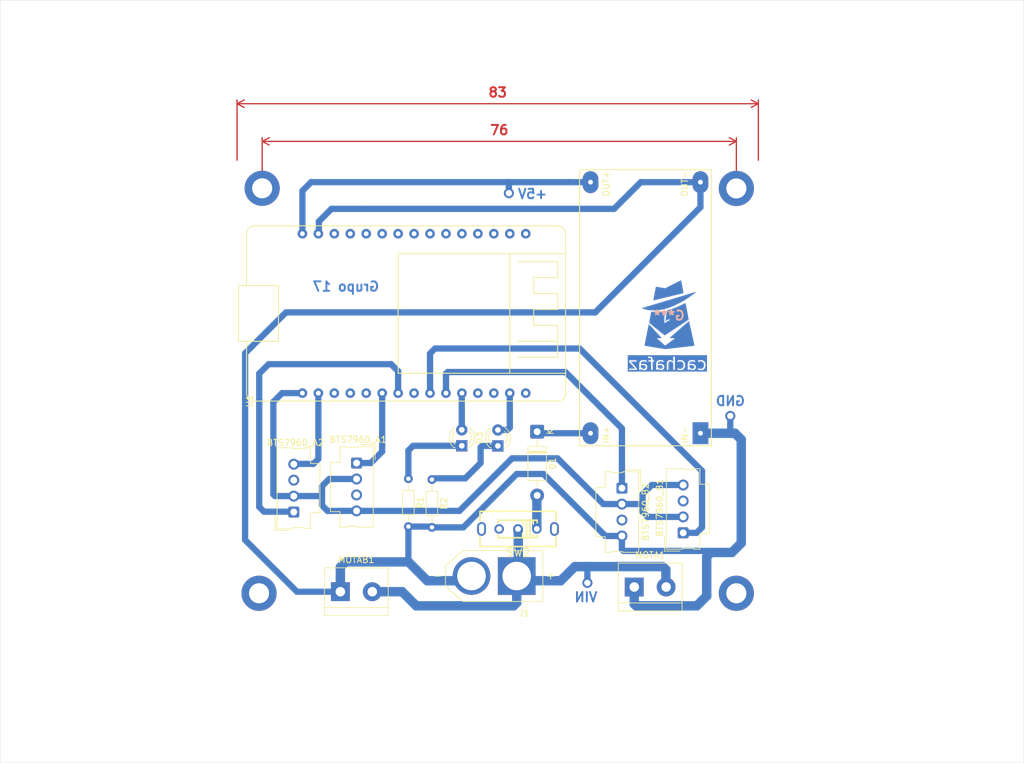
<source format=kicad_pcb>
(kicad_pcb (version 20241229) (generator "pcbnew") (generator_version "9.0")
  (layers (0 "F.Cu" signal) (2 "B.Cu" signal) (13 "F.Paste" user) (15 "B.Paste" user) (5 "F.SilkS" user "F.Silkscreen") (7 "B.SilkS" user "B.Silkscreen") (1 "F.Mask" user) (3 "B.Mask" user) (25 "Edge.Cuts" user))
  (net 0 "")
  (net 1 "D16_PWMABAJO_A")
  (net 2 "D17_PWMARRIBA_A")
  (net 3 "D18_PWMABAJO_B")
  (net 4 "D19_PWMARRIBA_B")
  (net 5 "Net-(D1-K)")
  (net 6 "LED1{slash}D21")
  (net 7 "LED2{slash}D22")
  (net 8 "+5V")
  (net 10 "GND")
  (net 17 "ISABAJO_B")
  (net 22 "Vin")
  (net 23 "Net-(D2-K)")
  (net 24 "Net-(D3-K)")
  (net 25 "ISARRIBA_A")
  (net 26 "ISABAJO_A")
  (net 30 "ISARRIBA_B")
  (net 38 "Net-(D1-A)")
  (net 39 "+3.3V")
  (footprint "Resistor_THT:R_Axial_DIN0204_L3.6mm_D1.6mm_P7.62mm_Horizontal" (layer "F.Cu") (at 151 106.25 -90)
    (property "Reference" "R1" (at 3.81 -1.92 90) (layer "F.SilkS"))
    (property "Value" "150")
    (fp_line (start 0.94 0) (end 1.89 0) (stroke (width 0.12)) (layer "F.SilkS"))
    (fp_line (start 6.68 0) (end 5.73 0) (stroke (width 0.12)) (layer "F.SilkS"))
    (fp_rect (start 1.89 -0.92) (end 5.73 0.92) (stroke (width 0.12)) (fill no) (layer "F.SilkS"))
    (pad "1" thru_hole circle (at 0 0 270) (size 1.4 1.4) (drill 0.7) (layers "*.Cu" "*.Mask") (net 23 "Net-(D2-K)"))
    (pad "2" thru_hole circle (at 7.62 0 270) (size 1.4 1.4) (drill 0.7) (layers "*.Cu" "*.Mask") (net 10 "GND"))
  )
  (footprint "LED_THT:LED_D3.0mm" (layer "F.Cu") (at 165.25 101.02 90)
    (property "Reference" "D3" (at 1.27 -2.96 90) (layer "F.SilkS"))
    (property "Value" "LED")
    (fp_line (start -0.29 -1.236) (end -0.29 -1.08) (stroke (width 0.12)) (layer "F.SilkS"))
    (fp_line (start -0.29 1.08) (end -0.29 1.236) (stroke (width 0.12)) (layer "F.SilkS"))
    (fp_arc (start -0.29 -1.235516) (mid 1.36566 -1.987699) (end 2.941437 -1.08) (stroke (width 0.12)) (layer "F.SilkS"))
    (fp_arc (start 0.229039 -1.08) (mid 1.27 -1.5) (end 2.310961 -1.08) (stroke (width 0.12)) (layer "F.SilkS"))
    (fp_arc (start 2.941437 1.08) (mid 1.36566 1.987699) (end -0.29 1.235516) (stroke (width 0.12)) (layer "F.SilkS"))
    (fp_arc (start 2.310961 1.08) (mid 1.27 1.5) (end 0.229039 1.08) (stroke (width 0.12)) (layer "F.SilkS"))
    (pad "1" thru_hole rect (at 0 0 90) (size 1.8 1.8) (drill 0.9) (layers "*.Cu" "*.Mask") (net 24 "Net-(D3-K)"))
    (pad "2" thru_hole circle (at 2.54 0 90) (size 1.8 1.8) (drill 0.9) (layers "*.Cu" "*.Mask") (net 7 "LED2{slash}D22"))
  )
  (footprint "" (layer "F.Cu") (at 203.22 60 180)
    (property "Reference" "" (at 0 0 0) (layer "F.SilkS") (effects (font (size 1.27 1.27))))
    (property "Value" "")
    (pad "1" thru_hole circle (at 0 0 180) (size 5.6 5.6) (drill 3.2) (layers "*.Cu" "*.Mask"))
  )
  (footprint "" (layer "F.Cu") (at 127.72 59.977527 180)
    (property "Reference" "" (at 0 0 0) (layer "F.SilkS") (effects (font (size 1.27 1.27))))
    (property "Value" "")
    (pad "1" thru_hole circle (at 0 0 180) (size 5.6 5.6) (drill 3.2) (layers "*.Cu" "*.Mask"))
  )
  (footprint "LED_THT:LED_D3.0mm" (layer "F.Cu") (at 159.5 101 90)
    (property "Reference" "D2" (hide yes))
    (property "Value" "LED")
    (fp_line (start -0.29 -1.236) (end -0.29 -1.08) (stroke (width 0.12)) (layer "F.SilkS"))
    (fp_line (start -0.29 1.08) (end -0.29 1.236) (stroke (width 0.12)) (layer "F.SilkS"))
    (fp_arc (start -0.29 -1.235516) (mid 1.36566 -1.987699) (end 2.941437 -1.08) (stroke (width 0.12)) (layer "F.SilkS"))
    (fp_arc (start 0.229039 -1.08) (mid 1.27 -1.5) (end 2.310961 -1.08) (stroke (width 0.12)) (layer "F.SilkS"))
    (fp_arc (start 2.941437 1.08) (mid 1.36566 1.987699) (end -0.29 1.235516) (stroke (width 0.12)) (layer "F.SilkS"))
    (fp_arc (start 2.310961 1.08) (mid 1.27 1.5) (end 0.229039 1.08) (stroke (width 0.12)) (layer "F.SilkS"))
    (pad "1" thru_hole rect (at 0 0 90) (size 1.8 1.8) (drill 0.9) (layers "*.Cu" "*.Mask") (net 23 "Net-(D2-K)"))
    (pad "2" thru_hole circle (at 2.54 0 90) (size 1.8 1.8) (drill 0.9) (layers "*.Cu" "*.Mask") (net 6 "LED1{slash}D21"))
  )
  (footprint "Connector_Molex:Molex_SL_171971-0004_1x04_P2.54mm_Vertical" (layer "F.Cu") (at 185 107.75 -90)
    (property "Reference" "BTS7960_B2" (at 3.81 -3.75 90) (layer "F.SilkS"))
    (property "Value" "Conn_01x04_Pin")
    (fp_line (start -0.11 4.16) (end 7.73 4.16) (stroke (width 0.12)) (layer "F.SilkS"))
    (fp_line (start 7.73 4.16) (end 7.73 2.66) (stroke (width 0.12)) (layer "F.SilkS"))
    (fp_line (start -2.61 2.66) (end -0.11 2.66) (stroke (width 0.12)) (layer "F.SilkS"))
    (fp_line (start -0.11 2.66) (end -0.11 4.16) (stroke (width 0.12)) (layer "F.SilkS"))
    (fp_line (start 7.73 2.66) (end 10.23 2.66) (stroke (width 0.12)) (layer "F.SilkS"))
    (fp_line (start 10.23 2.66) (end 10.23 1.68) (stroke (width 0.12)) (layer "F.SilkS"))
    (fp_line (start -2.61 1.68) (end -2.61 2.66) (stroke (width 0.12)) (layer "F.SilkS"))
    (fp_line (start -2.48 1.68) (end -2.61 1.68) (stroke (width 0.12)) (layer "F.SilkS"))
    (fp_line (start 10.1 1.68) (end 10.1 -0.13) (stroke (width 0.12)) (layer "F.SilkS"))
    (fp_line (start 10.23 1.68) (end 10.1 1.68) (stroke (width 0.12)) (layer "F.SilkS"))
    (fp_line (start -2.61 -0.13) (end -2.48 -0.13) (stroke (width 0.12)) (layer "F.SilkS"))
    (fp_line (start -2.48 -0.13) (end -2.48 1.68) (stroke (width 0.12)) (layer "F.SilkS"))
    (fp_line (start 10.1 -0.13) (end 10.23 -0.13) (stroke (width 0.12)) (layer "F.SilkS"))
    (fp_line (start 10.23 -0.13) (end 10.23 -2.66) (stroke (width 0.12)) (layer "F.SilkS"))
    (fp_line (start -2.91 -0.55) (end -2.91 -2.96) (stroke (width 0.12)) (layer "F.SilkS"))
    (fp_line (start -2.61 -2.66) (end -2.61 -0.13) (stroke (width 0.12)) (layer "F.SilkS"))
    (fp_line (start 10.23 -2.66) (end -2.61 -2.66) (stroke (width 0.12)) (layer "F.SilkS"))
    (fp_line (start -2.91 -2.96) (end -0.5 -2.96) (stroke (width 0.12)) (layer "F.SilkS"))
    (pad "1" thru_hole roundrect (at 0 0 270) (size 1.74 1.74) (drill 1.09) (layers "*.Cu" "*.Mask") (roundrect_rratio 0.143678) (net 4 "D19_PWMARRIBA_B"))
    (pad "2" thru_hole circle (at 2.54 0 270) (size 1.74 1.74) (drill 1.09) (layers "*.Cu" "*.Mask") (net 39 "+3.3V"))
    (pad "3" thru_hole circle (at 5.08 0 270) (size 1.74 1.74) (drill 1.09) (layers "*.Cu" "*.Mask") (net 30 "ISARRIBA_B"))
    (pad "4" thru_hole circle (at 7.62 0 270) (size 1.74 1.74) (drill 1.09) (layers "*.Cu" "*.Mask") (net 10 "GND"))
  )
  (footprint "XT60-M:AMASS_XT60-M" (layer "F.Cu") (at 164.65 121.75 180)
    (property "Reference" "J1" (at -4.825 -5.935 0) (layer "F.SilkS"))
    (property "Value" "XT60-M")
    (fp_line (start 8.5 0) (end 9.5 0) (stroke (width 0.127)) (layer "F.SilkS"))
    (fp_line (start 7.75 1.6) (end 4.95 4.05) (stroke (width 0.127)) (layer "F.SilkS"))
    (fp_line (start 7.75 -1.6) (end 7.75 1.6) (stroke (width 0.127)) (layer "F.SilkS"))
    (fp_line (start 4.95 4.05) (end -7.75 4.05) (stroke (width 0.127)) (layer "F.SilkS"))
    (fp_line (start 4.95 -4.05) (end 7.75 -1.6) (stroke (width 0.127)) (layer "F.SilkS"))
    (fp_line (start -7.75 4.05) (end -7.75 -4.05) (stroke (width 0.127)) (layer "F.SilkS"))
    (fp_line (start -7.75 -4.05) (end 4.95 -4.05) (stroke (width 0.127)) (layer "F.SilkS"))
    (fp_line (start -9 -0.5) (end -9 0.5) (stroke (width 0.127)) (layer "F.SilkS"))
    (fp_line (start -9.5 0) (end -8.5 0) (stroke (width 0.127)) (layer "F.SilkS"))
    (pad "N" thru_hole circle (at 3.6 0 180) (size 6 6) (drill 4.55) (layers "*.Cu" "*.Mask") (net 10 "GND"))
    (pad "P" thru_hole rect (at -3.6 0 180) (size 6 6) (drill 4.55) (layers "*.Cu" "*.Mask") (net 22 "Vin"))
  )
  (footprint "Connector_Molex:Molex_SL_171971-0004_1x04_P2.54mm_Vertical" (layer "F.Cu") (at 194.75 114.87 90)
    (property "Reference" "BTS7960_B1" (at 4 -3.75 90) (layer "F.SilkS"))
    (property "Value" "Conn_01x04_Pin")
    (fp_line (start -2.91 -2.96) (end -0.5 -2.96) (stroke (width 0.12)) (layer "F.SilkS"))
    (fp_line (start 10.23 -2.66) (end -2.61 -2.66) (stroke (width 0.12)) (layer "F.SilkS"))
    (fp_line (start -2.61 -2.66) (end -2.61 -0.13) (stroke (width 0.12)) (layer "F.SilkS"))
    (fp_line (start -2.91 -0.55) (end -2.91 -2.96) (stroke (width 0.12)) (layer "F.SilkS"))
    (fp_line (start 10.23 -0.13) (end 10.23 -2.66) (stroke (width 0.12)) (layer "F.SilkS"))
    (fp_line (start 10.1 -0.13) (end 10.23 -0.13) (stroke (width 0.12)) (layer "F.SilkS"))
    (fp_line (start -2.48 -0.13) (end -2.48 1.68) (stroke (width 0.12)) (layer "F.SilkS"))
    (fp_line (start -2.61 -0.13) (end -2.48 -0.13) (stroke (width 0.12)) (layer "F.SilkS"))
    (fp_line (start 10.23 1.68) (end 10.1 1.68) (stroke (width 0.12)) (layer "F.SilkS"))
    (fp_line (start 10.1 1.68) (end 10.1 -0.13) (stroke (width 0.12)) (layer "F.SilkS"))
    (fp_line (start -2.48 1.68) (end -2.61 1.68) (stroke (width 0.12)) (layer "F.SilkS"))
    (fp_line (start -2.61 1.68) (end -2.61 2.66) (stroke (width 0.12)) (layer "F.SilkS"))
    (fp_line (start 10.23 2.66) (end 10.23 1.68) (stroke (width 0.12)) (layer "F.SilkS"))
    (fp_line (start 7.73 2.66) (end 10.23 2.66) (stroke (width 0.12)) (layer "F.SilkS"))
    (fp_line (start -0.11 2.66) (end -0.11 4.16) (stroke (width 0.12)) (layer "F.SilkS"))
    (fp_line (start -2.61 2.66) (end -0.11 2.66) (stroke (width 0.12)) (layer "F.SilkS"))
    (fp_line (start 7.73 4.16) (end 7.73 2.66) (stroke (width 0.12)) (layer "F.SilkS"))
    (fp_line (start -0.11 4.16) (end 7.73 4.16) (stroke (width 0.12)) (layer "F.SilkS"))
    (pad "1" thru_hole roundrect (at 0 0 90) (size 1.74 1.74) (drill 1.09) (layers "*.Cu" "*.Mask") (roundrect_rratio 0.143678) (net 3 "D18_PWMABAJO_B"))
    (pad "2" thru_hole circle (at 2.54 0 90) (size 1.74 1.74) (drill 1.09) (layers "*.Cu" "*.Mask") (net 39 "+3.3V"))
    (pad "3" thru_hole circle (at 5.08 0 90) (size 1.74 1.74) (drill 1.09) (layers "*.Cu" "*.Mask") (net 17 "ISABAJO_B"))
    (pad "4" thru_hole circle (at 7.62 0 90) (size 1.74 1.74) (drill 1.09) (layers "*.Cu" "*.Mask") (net 39 "+3.3V"))
  )
  (footprint "Diode_THT:D_DO-41_SOD81_P10.16mm_Horizontal" (layer "F.Cu") (at 171.5 98.75 -90)
    (property "Reference" "D1" (at 5.08 -2.47 90) (layer "F.SilkS"))
    (property "Value" "1N4007")
    (fp_line (start 1.34 0) (end 2.36 0) (stroke (width 0.12)) (layer "F.SilkS"))
    (fp_line (start 8.82 0) (end 7.8 0) (stroke (width 0.12)) (layer "F.SilkS"))
    (fp_line (start 3.14 -1.47) (end 3.14 1.47) (stroke (width 0.12)) (layer "F.SilkS"))
    (fp_line (start 3.26 -1.47) (end 3.26 1.47) (stroke (width 0.12)) (layer "F.SilkS"))
    (fp_line (start 3.38 -1.47) (end 3.38 1.47) (stroke (width 0.12)) (layer "F.SilkS"))
    (fp_rect (start 2.36 -1.47) (end 7.8 1.47) (stroke (width 0.12)) (fill no) (layer "F.SilkS"))
    (fp_text user "K" (at 0 -2.1 90) (layer "F.SilkS"))
    (pad "1" thru_hole roundrect (at 0 0 270) (size 2.2 2.2) (drill 1.1) (layers "*.Cu" "*.Mask") (roundrect_rratio 0.113636) (net 5 "Net-(D1-K)"))
    (pad "2" thru_hole circle (at 10.16 0 270) (size 2.2 2.2) (drill 1.1) (layers "*.Cu" "*.Mask") (net 38 "Net-(D1-A)"))
  )
  (footprint "TerminalBlock:TerminalBlock_bornier-2_P5.08mm" (layer "F.Cu") (at 140.17 124.25)
    (property "Reference" "MOTAB1" (at 2.54 -5.08 0) (layer "F.SilkS"))
    (property "Value" "Screw_Terminal_01x02")
    (fp_line (start -2.54 -3.81) (end -2.54 3.81) (stroke (width 0.12)) (layer "F.SilkS"))
    (fp_line (start -2.54 3.81) (end 7.62 3.81) (stroke (width 0.12)) (layer "F.SilkS"))
    (fp_line (start 7.62 -3.81) (end -2.54 -3.81) (stroke (width 0.12)) (layer "F.SilkS"))
    (fp_line (start 7.62 2.54) (end -2.54 2.54) (stroke (width 0.12)) (layer "F.SilkS"))
    (fp_line (start 7.62 3.81) (end 7.62 -3.81) (stroke (width 0.12)) (layer "F.SilkS"))
    (pad "1" thru_hole rect (at 0 0) (size 3 3) (drill 1.52) (layers "*.Cu" "*.Mask") (net 10 "GND"))
    (pad "2" thru_hole circle (at 5.08 0) (size 3 3) (drill 1.52) (layers "*.Cu" "*.Mask") (net 22 "Vin"))
  )
  (footprint "DOIT_ESP32:DOIT_ESP32_Devkit" (layer "F.Cu") (at 125.235 93.8825 90)
    (property "Reference" "U1" (at 0 0.5 90) (layer "F.SilkS"))
    (property "Value" "ESP32-Devkit-V1")
    (fp_line (start 18.415 -1.27) (end 18.415 2.54) (stroke (width 0.15)) (layer "F.SilkS"))
    (fp_line (start 12.065 -1.27) (end 18.415 -1.27) (stroke (width 0.15)) (layer "F.SilkS"))
    (fp_line (start 12.065 -1.27) (end 10.795 -1.27) (stroke (width 0.15)) (layer "F.SilkS"))
    (fp_line (start 10.795 -1.27) (end 9.525 -1.27) (stroke (width 0.15)) (layer "F.SilkS"))
    (fp_line (start 9.525 -1.27) (end 9.525 5.08) (stroke (width 0.15)) (layer "F.SilkS"))
    (fp_line (start 18.415 0) (end 26.67 0) (stroke (width 0.15)) (layer "F.SilkS"))
    (fp_line (start 9.525 0) (end 1.27 0) (stroke (width 0.15)) (layer "F.SilkS"))
    (fp_line (start 27.94 1.27) (end 27.94 49.53) (stroke (width 0.15)) (layer "F.SilkS"))
    (fp_line (start 18.415 3.81) (end 18.415 2.54) (stroke (width 0.15)) (layer "F.SilkS"))
    (fp_line (start 18.415 3.81) (end 18.415 5.08) (stroke (width 0.15)) (layer "F.SilkS"))
    (fp_line (start 18.415 5.08) (end 10.795 5.08) (stroke (width 0.15)) (layer "F.SilkS"))
    (fp_line (start 9.525 5.08) (end 10.795 5.08) (stroke (width 0.15)) (layer "F.SilkS"))
    (fp_line (start 23.495 24.13) (end 23.495 50.8) (stroke (width 0.15)) (layer "F.SilkS"))
    (fp_line (start 4.445 24.13) (end 23.495 24.13) (stroke (width 0.15)) (layer "F.SilkS"))
    (fp_line (start 23.495 41.91) (end 4.445 41.91) (stroke (width 0.15)) (layer "F.SilkS"))
    (fp_line (start 6.985 43.18) (end 6.985 49.53) (stroke (width 0.15)) (layer "F.SilkS"))
    (fp_line (start 19.685 45.72) (end 19.685 48.26) (stroke (width 0.15)) (layer "F.SilkS"))
    (fp_line (start 17.145 45.72) (end 19.685 45.72) (stroke (width 0.15)) (layer "F.SilkS"))
    (fp_line (start 14.605 45.72) (end 14.605 49.53) (stroke (width 0.15)) (layer "F.SilkS"))
    (fp_line (start 12.065 45.72) (end 14.605 45.72) (stroke (width 0.15)) (layer "F.SilkS"))
    (fp_line (start 12.065 46.99) (end 12.065 45.72) (stroke (width 0.15)) (layer "F.SilkS"))
    (fp_line (start 19.685 48.26) (end 19.685 49.53) (stroke (width 0.15)) (layer "F.SilkS"))
    (fp_line (start 22.225 49.53) (end 22.225 43.18) (stroke (width 0.15)) (layer "F.SilkS"))
    (fp_line (start 19.685 49.53) (end 22.225 49.53) (stroke (width 0.15)) (layer "F.SilkS"))
    (fp_line (start 17.145 49.53) (end 17.145 45.72) (stroke (width 0.15)) (layer "F.SilkS"))
    (fp_line (start 14.605 49.53) (end 17.145 49.53) (stroke (width 0.15)) (layer "F.SilkS"))
    (fp_line (start 12.065 49.53) (end 12.065 46.99) (stroke (width 0.15)) (layer "F.SilkS"))
    (fp_line (start 9.525 49.53) (end 9.525 43.18) (stroke (width 0.15)) (layer "F.SilkS"))
    (fp_line (start 9.525 49.53) (end 12.065 49.53) (stroke (width 0.15)) (layer "F.SilkS"))
    (fp_line (start 6.985 49.53) (end 9.525 49.53) (stroke (width 0.15)) (layer "F.SilkS"))
    (fp_line (start 0 49.53) (end 0 1.27) (stroke (width 0.15)) (layer "F.SilkS"))
    (fp_line (start 4.445 50.8) (end 4.445 24.13) (stroke (width 0.15)) (layer "F.SilkS"))
    (fp_line (start 1.27 50.8) (end 26.67 50.8) (stroke (width 0.15)) (layer "F.SilkS"))
    (fp_arc (start 26.67 0) (mid 27.568026 0.371974) (end 27.94 1.27) (stroke (width 0.15)) (layer "F.SilkS"))
    (fp_arc (start 0 1.27) (mid 0.371974 0.371974) (end 1.27 0) (stroke (width 0.15)) (layer "F.SilkS"))
    (fp_arc (start 27.94 49.53) (mid 27.568026 50.428026) (end 26.67 50.8) (stroke (width 0.15)) (layer "F.SilkS"))
    (fp_arc (start 1.27 50.8) (mid 0.371974 50.428026) (end 0 49.53) (stroke (width 0.15)) (layer "F.SilkS"))
    (pad "1" thru_hole circle (at 26.67 8.89 90) (size 1.524 1.524) (drill 0.762) (layers "*.Cu" "*.Mask") (net 8 "+5V"))
    (pad "2" thru_hole circle (at 26.67 11.43 90) (size 1.524 1.524) (drill 0.762) (layers "*.Cu" "*.Mask") (net 10 "GND"))
    (pad "3" thru_hole circle (at 26.67 13.97 90) (size 1.524 1.524) (drill 0.762) (layers "*.Cu" "*.Mask"))
    (pad "4" thru_hole circle (at 26.67 16.51 90) (size 1.524 1.524) (drill 0.762) (layers "*.Cu" "*.Mask"))
    (pad "5" thru_hole circle (at 26.67 19.05 90) (size 1.524 1.524) (drill 0.762) (layers "*.Cu" "*.Mask"))
    (pad "6" thru_hole circle (at 26.67 21.59 90) (size 1.524 1.524) (drill 0.762) (layers "*.Cu" "*.Mask"))
    (pad "7" thru_hole circle (at 26.67 24.13 90) (size 1.524 1.524) (drill 0.762) (layers "*.Cu" "*.Mask"))
    (pad "8" thru_hole circle (at 26.67 26.67 90) (size 1.524 1.524) (drill 0.762) (layers "*.Cu" "*.Mask"))
    (pad "9" thru_hole circle (at 26.67 29.21 90) (size 1.524 1.524) (drill 0.762) (layers "*.Cu" "*.Mask"))
    (pad "10" thru_hole circle (at 26.67 31.75 90) (size 1.524 1.524) (drill 0.762) (layers "*.Cu" "*.Mask"))
    (pad "11" thru_hole circle (at 26.67 34.29 90) (size 1.524 1.524) (drill 0.762) (layers "*.Cu" "*.Mask"))
    (pad "12" thru_hole circle (at 26.67 36.83 90) (size 1.524 1.524) (drill 0.762) (layers "*.Cu" "*.Mask"))
    (pad "13" thru_hole circle (at 26.67 39.37 90) (size 1.524 1.524) (drill 0.762) (layers "*.Cu" "*.Mask"))
    (pad "14" thru_hole circle (at 26.67 41.91 90) (size 1.524 1.524) (drill 0.762) (layers "*.Cu" "*.Mask"))
    (pad "15" thru_hole circle (at 26.67 44.45 90) (size 1.524 1.524) (drill 0.762) (layers "*.Cu" "*.Mask"))
    (pad "16" thru_hole circle (at 1.27 44.45 90) (size 1.524 1.524) (drill 0.762) (layers "*.Cu" "*.Mask"))
    (pad "17" thru_hole circle (at 1.27 41.91 90) (size 1.524 1.524) (drill 0.762) (layers "*.Cu" "*.Mask") (net 7 "LED2{slash}D22"))
    (pad "18" thru_hole circle (at 1.27 39.37 90) (size 1.524 1.524) (drill 0.762) (layers "*.Cu" "*.Mask"))
    (pad "19" thru_hole circle (at 1.27 36.83 90) (size 1.524 1.524) (drill 0.762) (layers "*.Cu" "*.Mask"))
    (pad "20" thru_hole circle (at 1.27 34.29 90) (size 1.524 1.524) (drill 0.762) (layers "*.Cu" "*.Mask") (net 6 "LED1{slash}D21"))
    (pad "21" thru_hole circle (at 1.27 31.75 90) (size 1.524 1.524) (drill 0.762) (layers "*.Cu" "*.Mask") (net 4 "D19_PWMARRIBA_B"))
    (pad "22" thru_hole circle (at 1.27 29.21 90) (size 1.524 1.524) (drill 0.762) (layers "*.Cu" "*.Mask") (net 3 "D18_PWMABAJO_B"))
    (pad "23" thru_hole circle (at 1.27 26.67 90) (size 1.524 1.524) (drill 0.762) (layers "*.Cu" "*.Mask"))
    (pad "24" thru_hole circle (at 1.27 24.13 90) (size 1.524 1.524) (drill 0.762) (layers "*.Cu" "*.Mask") (net 2 "D17_PWMARRIBA_A"))
    (pad "25" thru_hole circle (at 1.27 21.59 90) (size 1.524 1.524) (drill 0.762) (layers "*.Cu" "*.Mask") (net 1 "D16_PWMABAJO_A"))
    (pad "26" thru_hole circle (at 1.27 19.05 90) (size 1.524 1.524) (drill 0.762) (layers "*.Cu" "*.Mask"))
    (pad "27" thru_hole circle (at 1.27 16.51 90) (size 1.524 1.524) (drill 0.762) (layers "*.Cu" "*.Mask"))
    (pad "28" thru_hole circle (at 1.27 13.97 90) (size 1.524 1.524) (drill 0.762) (layers "*.Cu" "*.Mask"))
    (pad "29" thru_hole circle (at 1.27 11.43 90) (size 1.524 1.524) (drill 0.762) (layers "*.Cu" "*.Mask") (net 10 "GND"))
    (pad "30" thru_hole circle (at 1.27 8.89 90) (size 1.524 1.524) (drill 0.762) (layers "*.Cu" "*.Mask") (net 39 "+3.3V"))
  )
  (footprint "TerminalBlock:TerminalBlock_bornier-2_P5.08mm" (layer "F.Cu") (at 186.96 123.5)
    (property "Reference" "MOTA1" (at 2.54 -5.08 0) (layer "F.SilkS"))
    (property "Value" "Screw_Terminal_01x02")
    (fp_line (start -2.54 -3.81) (end -2.54 3.81) (stroke (width 0.12)) (layer "F.SilkS"))
    (fp_line (start -2.54 3.81) (end 7.62 3.81) (stroke (width 0.12)) (layer "F.SilkS"))
    (fp_line (start 7.62 -3.81) (end -2.54 -3.81) (stroke (width 0.12)) (layer "F.SilkS"))
    (fp_line (start 7.62 2.54) (end -2.54 2.54) (stroke (width 0.12)) (layer "F.SilkS"))
    (fp_line (start 7.62 3.81) (end 7.62 -3.81) (stroke (width 0.12)) (layer "F.SilkS"))
    (pad "1" thru_hole rect (at 0 0) (size 3 3) (drill 1.52) (layers "*.Cu" "*.Mask") (net 10 "GND"))
    (pad "2" thru_hole circle (at 5.08 0) (size 3 3) (drill 1.52) (layers "*.Cu" "*.Mask") (net 22 "Vin"))
  )
  (footprint "LM2596:LM2596_correctedMeas" (layer "F.Cu") (at 188.75 79 180)
    (property "Reference" "LM1" (hide yes))
    (property "Value" "LM2596_OK")
    (fp_line (start 10.5 22) (end 10.5 0) (stroke (width 0.15)) (layer "F.SilkS"))
    (fp_line (start 10.5 0) (end 10.5 -22) (stroke (width 0.15)) (layer "F.SilkS"))
    (fp_line (start 10.5 -22) (end -10.5 -22) (stroke (width 0.15)) (layer "F.SilkS"))
    (fp_line (start -10.5 22) (end 10.5 22) (stroke (width 0.15)) (layer "F.SilkS"))
    (fp_line (start -10.5 -22) (end -10.5 22) (stroke (width 0.15)) (layer "F.SilkS"))
    (fp_text user "IN-" (at -6.25 -20.25 90) (layer "F.SilkS"))
    (fp_text user "OUT-" (at -6.25 19.75 90) (layer "F.SilkS"))
    (fp_text user "IN+" (at 6.25 -20.25 90) (layer "F.SilkS"))
    (fp_text user "OUT+" (at 6.25 19.75 90) (layer "F.SilkS"))
    (pad "1" thru_hole rect (at -8.75 -20 180) (size 2.5 3.5) (drill 0.762) (layers "*.Cu" "*.Mask") (net 10 "GND"))
    (pad "2" thru_hole oval (at 8.75 -20 180) (size 2.5 3.5) (drill 0.762) (layers "*.Cu" "*.Mask") (net 5 "Net-(D1-K)"))
    (pad "3" thru_hole oval (at -8.75 20 180) (size 2.5 3.5) (drill 0.762) (layers "*.Cu" "*.Mask") (net 10 "GND"))
    (pad "4" thru_hole oval (at 8.75 20 180) (size 2.5 3.5) (drill 0.762) (layers "*.Cu" "*.Mask") (net 8 "+5V"))
  )
  (footprint "Connector_Molex:Molex_SL_171971-0004_1x04_P2.54mm_Vertical" (layer "F.Cu") (at 142.75 103.75 -90)
    (property "Reference" "BTS7960_A1" (at -3.75 -0.25 0) (layer "F.SilkS"))
    (property "Value" "Conn_01x04_Pin")
    (fp_line (start -0.11 4.16) (end 7.73 4.16) (stroke (width 0.12)) (layer "F.SilkS"))
    (fp_line (start 7.73 4.16) (end 7.73 2.66) (stroke (width 0.12)) (layer "F.SilkS"))
    (fp_line (start -2.61 2.66) (end -0.11 2.66) (stroke (width 0.12)) (layer "F.SilkS"))
    (fp_line (start -0.11 2.66) (end -0.11 4.16) (stroke (width 0.12)) (layer "F.SilkS"))
    (fp_line (start 7.73 2.66) (end 10.23 2.66) (stroke (width 0.12)) (layer "F.SilkS"))
    (fp_line (start 10.23 2.66) (end 10.23 1.68) (stroke (width 0.12)) (layer "F.SilkS"))
    (fp_line (start -2.61 1.68) (end -2.61 2.66) (stroke (width 0.12)) (layer "F.SilkS"))
    (fp_line (start -2.48 1.68) (end -2.61 1.68) (stroke (width 0.12)) (layer "F.SilkS"))
    (fp_line (start 10.1 1.68) (end 10.1 -0.13) (stroke (width 0.12)) (layer "F.SilkS"))
    (fp_line (start 10.23 1.68) (end 10.1 1.68) (stroke (width 0.12)) (layer "F.SilkS"))
    (fp_line (start -2.61 -0.13) (end -2.48 -0.13) (stroke (width 0.12)) (layer "F.SilkS"))
    (fp_line (start -2.48 -0.13) (end -2.48 1.68) (stroke (width 0.12)) (layer "F.SilkS"))
    (fp_line (start 10.1 -0.13) (end 10.23 -0.13) (stroke (width 0.12)) (layer "F.SilkS"))
    (fp_line (start 10.23 -0.13) (end 10.23 -2.66) (stroke (width 0.12)) (layer "F.SilkS"))
    (fp_line (start -2.91 -0.55) (end -2.91 -2.96) (stroke (width 0.12)) (layer "F.SilkS"))
    (fp_line (start -2.61 -2.66) (end -2.61 -0.13) (stroke (width 0.12)) (layer "F.SilkS"))
    (fp_line (start 10.23 -2.66) (end -2.61 -2.66) (stroke (width 0.12)) (layer "F.SilkS"))
    (fp_line (start -2.91 -2.96) (end -0.5 -2.96) (stroke (width 0.12)) (layer "F.SilkS"))
    (pad "1" thru_hole roundrect (at 0 0 270) (size 1.74 1.74) (drill 1.09) (layers "*.Cu" "*.Mask") (roundrect_rratio 0.143678) (net 1 "D16_PWMABAJO_A"))
    (pad "2" thru_hole circle (at 2.54 0 270) (size 1.74 1.74) (drill 1.09) (layers "*.Cu" "*.Mask") (net 39 "+3.3V"))
    (pad "3" thru_hole circle (at 5.08 0 270) (size 1.74 1.74) (drill 1.09) (layers "*.Cu" "*.Mask") (net 26 "ISABAJO_A"))
    (pad "4" thru_hole circle (at 7.62 0 270) (size 1.74 1.74) (drill 1.09) (layers "*.Cu" "*.Mask") (net 39 "+3.3V"))
  )
  (footprint "" (layer "F.Cu") (at 127.22 124.5 180)
    (property "Reference" "" (at 0 0 0) (layer "F.SilkS") (effects (font (size 1.27 1.27))))
    (property "Value" "")
    (pad "1" thru_hole circle (at 0 0 180) (size 5.6 5.6) (drill 3.2) (layers "*.Cu" "*.Mask"))
  )
  (footprint "Connector_Molex:Molex_SL_171971-0004_1x04_P2.54mm_Vertical" (layer "F.Cu") (at 132.75 111.555 90)
    (property "Reference" "BTS7960_A2" (at 11.04 0.25 0) (layer "F.SilkS"))
    (property "Value" "Conn_01x04_Pin")
    (fp_line (start -2.91 -2.96) (end -0.5 -2.96) (stroke (width 0.12)) (layer "F.SilkS"))
    (fp_line (start 10.23 -2.66) (end -2.61 -2.66) (stroke (width 0.12)) (layer "F.SilkS"))
    (fp_line (start -2.61 -2.66) (end -2.61 -0.13) (stroke (width 0.12)) (layer "F.SilkS"))
    (fp_line (start -2.91 -0.55) (end -2.91 -2.96) (stroke (width 0.12)) (layer "F.SilkS"))
    (fp_line (start 10.23 -0.13) (end 10.23 -2.66) (stroke (width 0.12)) (layer "F.SilkS"))
    (fp_line (start 10.1 -0.13) (end 10.23 -0.13) (stroke (width 0.12)) (layer "F.SilkS"))
    (fp_line (start -2.48 -0.13) (end -2.48 1.68) (stroke (width 0.12)) (layer "F.SilkS"))
    (fp_line (start -2.61 -0.13) (end -2.48 -0.13) (stroke (width 0.12)) (layer "F.SilkS"))
    (fp_line (start 10.23 1.68) (end 10.1 1.68) (stroke (width 0.12)) (layer "F.SilkS"))
    (fp_line (start 10.1 1.68) (end 10.1 -0.13) (stroke (width 0.12)) (layer "F.SilkS"))
    (fp_line (start -2.48 1.68) (end -2.61 1.68) (stroke (width 0.12)) (layer "F.SilkS"))
    (fp_line (start -2.61 1.68) (end -2.61 2.66) (stroke (width 0.12)) (layer "F.SilkS"))
    (fp_line (start 10.23 2.66) (end 10.23 1.68) (stroke (width 0.12)) (layer "F.SilkS"))
    (fp_line (start 7.73 2.66) (end 10.23 2.66) (stroke (width 0.12)) (layer "F.SilkS"))
    (fp_line (start -0.11 2.66) (end -0.11 4.16) (stroke (width 0.12)) (layer "F.SilkS"))
    (fp_line (start -2.61 2.66) (end -0.11 2.66) (stroke (width 0.12)) (layer "F.SilkS"))
    (fp_line (start 7.73 4.16) (end 7.73 2.66) (stroke (width 0.12)) (layer "F.SilkS"))
    (fp_line (start -0.11 4.16) (end 7.73 4.16) (stroke (width 0.12)) (layer "F.SilkS"))
    (pad "1" thru_hole roundrect (at 0 0 90) (size 1.74 1.74) (drill 1.09) (layers "*.Cu" "*.Mask") (roundrect_rratio 0.143678) (net 2 "D17_PWMARRIBA_A"))
    (pad "2" thru_hole circle (at 2.54 0 90) (size 1.74 1.74) (drill 1.09) (layers "*.Cu" "*.Mask") (net 39 "+3.3V"))
    (pad "3" thru_hole circle (at 5.08 0 90) (size 1.74 1.74) (drill 1.09) (layers "*.Cu" "*.Mask") (net 25 "ISARRIBA_A"))
    (pad "4" thru_hole circle (at 7.62 0 90) (size 1.74 1.74) (drill 1.09) (layers "*.Cu" "*.Mask") (net 10 "GND"))
  )
  (footprint "Resistor_THT:R_Axial_DIN0204_L3.6mm_D1.6mm_P7.62mm_Horizontal" (layer "F.Cu") (at 154.75 106.38 -90)
    (property "Reference" "R2" (at 3.81 -1.92 90) (layer "F.SilkS"))
    (property "Value" "150")
    (fp_line (start 0.94 0) (end 1.89 0) (stroke (width 0.12)) (layer "F.SilkS"))
    (fp_line (start 6.68 0) (end 5.73 0) (stroke (width 0.12)) (layer "F.SilkS"))
    (fp_rect (start 1.89 -0.92) (end 5.73 0.92) (stroke (width 0.12)) (fill no) (layer "F.SilkS"))
    (pad "1" thru_hole circle (at 0 0 270) (size 1.4 1.4) (drill 0.7) (layers "*.Cu" "*.Mask") (net 24 "Net-(D3-K)"))
    (pad "2" thru_hole circle (at 7.62 0 270) (size 1.4 1.4) (drill 0.7) (layers "*.Cu" "*.Mask") (net 10 "GND"))
  )
  (footprint "" (layer "F.Cu") (at 203.22 124.5 180)
    (property "Reference" "" (at 0 0 0) (layer "F.SilkS") (effects (font (size 1.27 1.27))))
    (property "Value" "")
    (pad "1" thru_hole circle (at 0 0 180) (size 5.6 5.6) (drill 3.2) (layers "*.Cu" "*.Mask"))
  )
  (footprint "footprint:SW-TH_SS-12F44-GX" (layer "F.Cu") (at 168.4499 114.25 180)
    (property "Reference" "SW2" (at -0.03 -3.762 0) (layer "F.SilkS") (effects (font (size 1.27 1.27))))
    (property "Value" "SW_DPDT_x2")
    (fp_line (start 6.05 1.2968) (end 6.05 2.8) (stroke (width 0.254)) (layer "F.SilkS"))
    (fp_line (start 6.05 -2.8) (end 6.05 -1.2968) (stroke (width 0.254)) (layer "F.SilkS"))
    (fp_line (start 3.175 1.397) (end -3.048 1.397) (stroke (width 0.254)) (layer "F.SilkS"))
    (fp_line (start 3.175 0.9776) (end 3.175 1.397) (stroke (width 0.254)) (layer "F.SilkS"))
    (fp_line (start 3.175 -1.397) (end 3.175 -0.9776) (stroke (width 0.254)) (layer "F.SilkS"))
    (fp_line (start -0.7577 0.6406) (end -0.7577 1.397) (stroke (width 0.254)) (layer "F.SilkS"))
    (fp_line (start -0.7577 -1.397) (end -0.7577 -0.6406) (stroke (width 0.254)) (layer "F.SilkS"))
    (fp_line (start -1.3564 -1.397) (end -1.3564 1.397) (stroke (width 0.254)) (layer "F.SilkS"))
    (fp_line (start -1.9188 -1.397) (end -1.9188 1.397) (stroke (width 0.254)) (layer "F.SilkS"))
    (fp_line (start -2.4268 0.8105) (end -2.4268 1.397) (stroke (width 0.254)) (layer "F.SilkS"))
    (fp_line (start -2.4268 -1.397) (end -2.4268 -0.8105) (stroke (width 0.254)) (layer "F.SilkS"))
    (fp_line (start -3.048 1.397) (end -3.048 0.992) (stroke (width 0.254)) (layer "F.SilkS"))
    (fp_line (start -3.048 -0.992) (end -3.048 -1.397) (stroke (width 0.254)) (layer "F.SilkS"))
    (fp_line (start -3.048 -1.397) (end 3.175 -1.397) (stroke (width 0.254)) (layer "F.SilkS"))
    (fp_line (start -6.05 2.8) (end 6.05 2.8) (stroke (width 0.254)) (layer "F.SilkS"))
    (fp_line (start -6.05 1.2968) (end -6.05 2.8) (stroke (width 0.254)) (layer "F.SilkS"))
    (fp_line (start -6.05 -2.8) (end 6.05 -2.8) (stroke (width 0.254)) (layer "F.SilkS"))
    (fp_line (start -6.05 -2.8) (end -6.05 -1.2968) (stroke (width 0.254)) (layer "F.SilkS"))
    (pad "1" thru_hole oval (at -3 0 180) (size 1.524 1.524) (drill 0.9144) (layers "*.Cu" "*.Mask") (net 38 "Net-(D1-A)"))
    (pad "2" thru_hole oval (at 0 0 180) (size 1.524 1.524) (drill 0.9144) (layers "*.Cu" "*.Mask") (net 22 "Vin"))
    (pad "3" thru_hole oval (at 3 0 180) (size 1.524 1.524) (drill 0.9144) (layers "*.Cu" "*.Mask"))
    (pad "4" thru_hole oval (at 5.8001 0 270) (size 2.2 1.4) (drill oval 1.6 0.8) (layers "*.Cu" "*.Mask"))
    (pad "5" thru_hole oval (at -5.8001 0 270) (size 2.2 1.4) (drill oval 1.6 0.8) (layers "*.Cu" "*.Mask"))
  )
  (footprint "LOGO" (layer "B.Cu") (at 192.5 80.25 180)
    (property "Reference" "G***" (at 0 0 0) (layer "B.SilkS") (effects (font (size 1.5 1.5) (thickness 0.3)) (justify mirror)))
    (property "Value" "LOGO" (hide yes))
    (fp_poly (pts (xy -4.299094 3.776136) (xy -4.210893 3.750464) (xy -4.071277 3.709226) (xy -3.884481 3.65369) (xy -3.654741 3.585123) (xy -3.386292 3.504793) (xy -3.083369 3.413967) (xy -2.750207 3.313914) (xy -2.391042 3.205899) (xy -2.01011 3.091192) (xy -1.611645 2.971059) (xy -1.568156 2.957939) (xy -1.121709 2.823296) (xy -0.659109 2.68388) (xy -0.18846 2.54213) (xy 0.282132 2.400482) (xy 0.744562 2.261373) (xy 1.190724 2.127241) (xy 1.612513 2.000523) (xy 2.001823 1.883655) (xy 2.35055 1.779077) (xy 2.650587 1.689224) (xy 2.750565 1.659323) (xy 3.052259 1.568988) (xy 3.335457 1.483905) (xy 3.594571 1.405772) (xy 3.824016 1.336287) (xy 4.018203 1.277149) (xy 4.171547 1.230056) (xy 4.27846 1.196706) (xy 4.333356 1.178797) (xy 4.33956 1.176286) (xy 4.320437 1.15965) (xy 4.253146 1.130461) (xy 4.149843 1.092761) (xy 4.02268 1.050593) (xy 3.883811 1.008001) (xy 3.745389 0.969026) (xy 3.628571 0.939768) (xy 3.460685 0.904903) (xy 3.272307 0.871507) (xy 3.103188 0.846605) (xy 3.097618 0.845914) (xy 2.89688 0.828678) (xy 2.652983 0.819358) (xy 2.384798 0.817732) (xy 2.111196 0.823574) (xy 1.851048 0.836661) (xy 1.623225 0.856768) (xy 1.564039 0.86413) (xy 1.021825 0.961273) (xy 0.452243 1.108677) (xy -0.138533 1.303795) (xy -0.744332 1.544076) (xy -1.358982 1.826971) (xy -1.976311 2.149931) (xy -2.590146 2.510405) (xy -2.900391 2.708214) (xy -3.06398 2.817601) (xy -3.240227 2.939278) (xy -3.422667 3.068382) (xy -3.604832 3.200047) (xy -3.780257 3.329409) (xy -3.942474 3.451601) (xy -4.085017 3.56176) (xy -4.201419 3.65502) (xy -4.285213 3.726515) (xy -4.329933 3.771382) (xy -4.331645 3.784976)) (fill yes) (layer "B.Cu"))
    (fp_poly (pts (xy -1.892817 5.614514) (xy -1.813763 5.577318) (xy -1.690214 5.517165) (xy -1.527763 5.43683) (xy -1.332004 5.339094) (xy -1.108532 5.226735) (xy -0.862942 5.10253) (xy -0.650342 4.994489) (xy 0.611373 4.351937) (xy 1.345772 4.471696) (xy 1.551872 4.504947) (xy 1.736327 4.534021) (xy 1.890538 4.55762) (xy 2.005909 4.574444) (xy 2.073841 4.583195) (xy 2.088516 4.583915) (xy 2.095887 4.552934) (xy 2.113223 4.469008) (xy 2.138884 4.340667) (xy 2.17123 4.176443) (xy 2.208621 3.984865) (xy 2.249417 3.774465) (xy 2.291979 3.553773) (xy 2.334666 3.33132) (xy 2.37584 3.115637) (xy 2.413859 2.915254) (xy 2.447084 2.738702) (xy 2.473876 2.594512) (xy 2.492593 2.491214) (xy 2.501598 2.43734) (xy 2.50216 2.432082) (xy 2.504208 2.426494) (xy 2.507615 2.421235) (xy 2.508489 2.417198) (xy 2.502935 2.415274) (xy 2.487061 2.416355) (xy 2.456973 2.421334) (xy 2.408779 2.431102) (xy 2.338583 2.446551) (xy 2.242495 2.468573) (xy 2.116619 2.498061) (xy 1.957063 2.535906) (xy 1.759934 2.583) (xy 1.521337 2.640235) (xy 1.237381 2.708503) (xy 0.904171 2.788697) (xy 0.517814 2.881708) (xy 0.085859 2.985674) (xy -0.288411 3.075903) (xy -0.644926 3.162171) (xy -0.979023 3.243333) (xy -1.286045 3.31824) (xy -1.561332 3.385746) (xy -1.800223 3.444705) (xy -1.998058 3.493968) (xy -2.150179 3.532389) (xy -2.251925 3.558821) (xy -2.298636 3.572117) (xy -2.301159 3.573244) (xy -2.298818 3.605838) (xy -2.28618 3.691073) (xy -2.264866 3.820176) (xy -2.236497 3.984372) (xy -2.202696 4.174887) (xy -2.165085 4.382948) (xy -2.125283 4.599779) (xy -2.084915 4.816606) (xy -2.0456 5.024656) (xy -2.00896 5.215155) (xy -1.976618 5.379327) (xy -1.950194 5.5084) (xy -1.931311 5.593599) (xy -1.921779 5.625971)) (fill yes) (layer "B.Cu"))
    (fp_poly (pts (xy -3.154496 -0.90315) (xy -3.086224 -0.956305) (xy -2.981403 -1.042292) (xy -2.845172 -1.156783) (xy -2.68267 -1.295449) (xy -2.499035 -1.453962) (xy -2.299405 -1.627995) (xy -2.246399 -1.674475) (xy -2.008889 -1.882951) (xy -1.756528 -2.10439) (xy -1.500202 -2.329242) (xy -1.2508 -2.54796) (xy -1.01921 -2.750993) (xy -0.81632 -2.928794) (xy -0.700115 -3.03058) (xy -0.070795 -3.58165) (xy -0.510051 -3.59729) (xy -0.949308 -3.612931) (xy -0.263509 -4.1265) (xy -0.077856 -4.265544) (xy 0.095886 -4.395698) (xy 0.25006 -4.511224) (xy 0.37701 -4.606383) (xy 0.46908 -4.675438) (xy 0.518232 -4.712364) (xy 0.614174 -4.784659) (xy 1.279777 -4.198795) (xy 1.94538 -3.612931) (xy 1.561051 -3.59729) (xy 1.176722 -3.58165) (xy 2.191501 -2.465062) (xy 2.426638 -2.206722) (xy 2.623434 -1.991548) (xy 2.785287 -1.816102) (xy 2.915596 -1.676947) (xy 3.017759 -1.570646) (xy 3.095176 -1.493764) (xy 3.151244 -1.442862) (xy 3.189362 -1.414504) (xy 3.212929 -1.405254) (xy 3.225344 -1.411673) (xy 3.227736 -1.417155) (xy 3.241981 -1.473468) (xy 3.266164 -1.581393) (xy 3.298933 -1.734156) (xy 3.338938 -1.924984) (xy 3.384826 -2.147105) (xy 3.435247 -2.393746) (xy 3.488847 -2.658133) (xy 3.544277 -2.933493) (xy 3.600184 -3.213053) (xy 3.655217 -3.49004) (xy 3.708024 -3.757682) (xy 3.757253 -4.009204) (xy 3.801554 -4.237835) (xy 3.839574 -4.4368) (xy 3.869961 -4.599327) (xy 3.891366 -4.718643) (xy 3.902434 -4.787974) (xy 3.903401 -4.803085) (xy 3.869365 -4.812004) (xy 3.780465 -4.829434) (xy 3.643649 -4.854245) (xy 3.465869 -4.885308) (xy 3.254073 -4.921492) (xy 3.015211 -4.961668) (xy 2.756234 -5.004706) (xy 2.48409 -5.049476) (xy 2.205729 -5.094848) (xy 1.928102 -5.139692) (xy 1.658157 -5.182879) (xy 1.402845 -5.223278) (xy 1.169115 -5.25976) (xy 0.963917 -5.291196) (xy 0.7942 -5.316454) (xy 0.666915 -5.334406) (xy 0.589011 -5.343921) (xy 0.569235 -5.345131) (xy 0.524926 -5.340961) (xy 0.423592 -5.330133) (xy 0.270347 -5.313229) (xy 0.070309 -5.290827) (xy -0.171406 -5.263509) (xy -0.449684 -5.231853) (xy -0.759406 -5.19644) (xy -1.095459 -5.15785) (xy -1.452725 -5.116664) (xy -1.780952 -5.078691) (xy -2.150294 -5.035802) (xy -2.501131 -4.994885) (xy -2.828569 -4.956522) (xy -3.127713 -4.921295) (xy -3.39367 -4.889787) (xy -3.621544 -4.862577) (xy -3.806442 -4.840249) (xy -3.943469 -4.823384) (xy -4.02773 -4.812564) (xy -4.054439 -4.808451) (xy -4.04966 -4.777081) (xy -4.032444 -4.690941) (xy -4.004182 -4.556275) (xy -3.966264 -4.379325) (xy -3.920082 -4.166337) (xy -3.867024 -3.923554) (xy -3.808484 -3.65722) (xy -3.74585 -3.373579) (xy -3.680514 -3.078874) (xy -3.613866 -2.77935) (xy -3.547297 -2.48125) (xy -3.482198 -2.190819) (xy -3.419958 -1.9143) (xy -3.36197 -1.657937) (xy -3.309623 -1.427974) (xy -3.264309 -1.230655) (xy -3.227417 -1.072223) (xy -3.200338 -0.958923) (xy -3.184464 -0.896999) (xy -3.181081 -0.887156)) (fill yes) (layer "B.Cu"))
    (fp_poly (pts (xy -2.582001 1.986769) (xy -2.505078 1.952557) (xy -2.390109 1.898184) (xy -2.245916 1.827825) (xy -2.08132 1.745655) (xy -2.074603 1.742266) (xy -1.629082 1.526719) (xy -1.181364 1.327912) (xy -0.74345 1.150618) (xy -0.327343 0.999613) (xy 0.054954 0.879669) (xy 0.179864 0.845567) (xy 0.260588 0.816721) (xy 0.308053 0.784716) (xy 0.313298 0.772994) (xy 0.318563 0.732981) (xy 0.333134 0.639966) (xy 0.355585 0.502578) (xy 0.384489 0.329449) (xy 0.418422 0.129211) (xy 0.451309 -0.062561) (xy 0.487915 -0.277725) (xy 0.519991 -0.471775) (xy 0.54625 -0.636452) (xy 0.565401 -0.763495) (xy 0.576155 -0.844642) (xy 0.57758 -0.871617) (xy 0.547291 -0.862309) (xy 0.473101 -0.828552) (xy 0.366131 -0.775667) (xy 0.237505 -0.708976) (xy 0.236243 -0.708308) (xy 0.077994 -0.627982) (xy -0.029342 -0.581417) (xy -0.085222 -0.568829) (xy -0.093843 -0.577051) (xy -0.104831 -0.645992) (xy -0.111353 -0.666129) (xy -0.10044 -0.699761) (xy -0.043541 -0.74814) (xy 0.06401 -0.814783) (xy 0.146714 -0.860641) (xy 0.287979 -0.937375) (xy 0.430288 -1.015367) (xy 0.550417 -1.081865) (xy 0.588569 -1.103242) (xy 0.754848 -1.196961) (xy 0.732317 -0.235204) (xy 0.709787 0.726553) (xy 0.800645 0.708133) (xy 0.96635 0.676139) (xy 1.11549 0.651806) (xy 1.261156 0.634131) (xy 1.41644 0.622112) (xy 1.594436 0.614748) (xy 1.808235 0.611037) (xy 2.070929 0.609977) (xy 2.083307 0.609976) (xy 2.837181 0.609976) (xy 2.998632 -0.234606) (xy 3.04107 -0.458564) (xy 3.079308 -0.664111) (xy 3.111819 -0.842729) (xy 3.137074 -0.985906) (xy 3.153547 -1.085124) (xy 3.159711 -1.13187) (xy 3.159721 -1.132682) (xy 3.135441 -1.164311) (xy 3.06468 -1.231988) (xy 2.950291 -1.333294) (xy 2.79513 -1.46581) (xy 2.602054 -1.627117) (xy 2.373917 -1.814794) (xy 2.113575 -2.026425) (xy 1.932061 -2.172768) (xy 1.692093 -2.365403) (xy 1.467011 -2.545568) (xy 1.261486 -2.709561) (xy 1.080191 -2.853678) (xy 0.9278 -2.974214) (xy 0.808984 -3.067467) (xy 0.728416 -3.129732) (xy 0.690769 -3.157307) (xy 0.68865 -3.158352) (xy 0.66049 -3.14149) (xy 0.584159 -3.093041) (xy 0.463814 -3.015702) (xy 0.303614 -2.912174) (xy 0.107716 -2.785155) (xy -0.119722 -2.637344) (xy -0.374541 -2.47144) (xy -0.652584 -2.290143) (xy -0.949692 -2.09615) (xy -1.226886 -1.914941) (xy -1.583446 -1.681063) (xy -1.909992 -1.465556) (xy -2.203784 -1.270281) (xy -2.462081 -1.0971) (xy -2.682145 -0.947874) (xy -2.861234 -0.824464) (xy -2.996609 -0.728732) (xy -3.085531 -0.662539) (xy -3.125258 -0.627746) (xy -3.127194 -0.623992) (xy -3.121564 -0.583786) (xy -3.105278 -0.490941) (xy -3.07986 -0.353208) (xy -3.046833 -0.17834) (xy -3.007721 0.025911) (xy -2.964047 0.251795) (xy -2.917337 0.491559) (xy -2.869113 0.737452) (xy -2.820899 0.981722) (xy -2.774219 1.216616) (xy -2.730596 1.434384) (xy -2.691555 1.627274) (xy -2.65862 1.787533) (xy -2.633313 1.90741) (xy -2.617158 1.979154) (xy -2.612059 1.996644)) (fill yes) (layer "B.Cu"))
  )
  (gr_rect (start 86 30) (end 249 151.5) (stroke (width 0.05)) (fill no) (layer "Edge.Cuts"))
  (gr_text "GND\n" (at 204.75 94.75 0) (layer "B.Cu") (effects (font (size 1.5 1.5) (thickness 0.3) (bold yes)) (justify left bottom mirror)))
  (gr_text "cachafaz" (at 192.25 89.25 0) (layer "B.Cu" knockout) (effects (font (size 2 2) (thickness 0.25)) (justify bottom mirror)))
  (gr_text "VIN\n" (at 181.25 126 0) (layer "B.Cu") (effects (font (size 1.5 1.5) (thickness 0.3) (bold yes)) (justify left bottom mirror)))
  (gr_text "+5V\n" (at 173.25 61.75 0) (layer "B.Cu") (effects (font (size 1.5 1.5) (thickness 0.3) (bold yes)) (justify left bottom mirror)))
  (gr_text "Grupo 17" (at 146.5 76.5 0) (layer "B.Cu") (effects (font (size 1.5 1.5) (thickness 0.3) (bold yes)) (justify left bottom mirror)))
  (dimension (type orthogonal) (layer "F.Cu") (pts (xy 123.72 56) (xy 206.72 56)) (height -9.5) (orientation 0) (format (prefix "") (suffix "") (units 3) (units_format 0) (precision 4) (suppress_zeroes yes)) (style (thickness 0.2) (arrow_length 1.27) (text_position_mode 0) (arrow_direction outward) (extension_height 0.58642) (extension_offset 0.5) (keep_text_aligned yes)) (gr_text "83" (at 165.22 44.7 0) (layer "F.Cu") (effects (font (size 1.5 1.5) (thickness 0.3)))))
  (dimension (type orthogonal) (layer "F.Cu") (pts (xy 127.72 59.977527) (xy 203.22 60)) (height -7.477527) (orientation 0) (format (prefix "") (suffix "") (units 3) (units_format 0) (precision 4) (override_value "76") (suppress_zeroes yes)) (style (thickness 0.2) (arrow_length 1.27) (text_position_mode 0) (arrow_direction outward) (extension_height 0.58642) (extension_offset 0.5) (keep_text_aligned yes)) (gr_text "76" (at 165.47 50.7 0) (layer "F.Cu") (effects (font (size 1.5 1.5) (thickness 0.3)))))
  (segment (start 145 103.75) (end 146.825 101.925) (width 1) (layer "B.Cu") (net 1))
  (segment (start 142.75 103.75) (end 145 103.75) (width 1) (layer "B.Cu") (net 1))
  (segment (start 146.825 101.925) (end 146.825 92.6125) (width 1) (layer "B.Cu") (net 1))
  (segment (start 132.5 111.555) (end 132.445 111.5) (width 1) (layer "B.Cu") (net 2))
  (segment (start 128 111.5) (end 127.25 110.75) (width 1) (layer "B.Cu") (net 2))
  (segment (start 128.75 88) (end 148.25 88) (width 1) (layer "B.Cu") (net 2))
  (segment (start 127.25 110.75) (end 127.25 89.5) (width 1) (layer "B.Cu") (net 2))
  (segment (start 149.365 89.115) (end 149.365 92.6125) (width 1) (layer "B.Cu") (net 2))
  (segment (start 132.445 111.5) (end 128 111.5) (width 1) (layer "B.Cu") (net 2))
  (segment (start 127.25 89.5) (end 128.75 88) (width 1) (layer "B.Cu") (net 2))
  (segment (start 148.25 88) (end 149.365 89.115) (width 1) (layer "B.Cu") (net 2))
  (segment (start 197.75 105) (end 178.25 85.5) (width 1) (layer "B.Cu") (net 3))
  (segment (start 155.25 85.5) (end 154.445 86.305) (width 1) (layer "B.Cu") (net 3))
  (segment (start 194.75 114.87) (end 196.88 114.87) (width 1) (layer "B.Cu") (net 3))
  (segment (start 178.25 85.5) (end 155.25 85.5) (width 1) (layer "B.Cu") (net 3))
  (segment (start 154.445 86.305) (end 154.445 92.6125) (width 1) (layer "B.Cu") (net 3))
  (segment (start 197.75 114) (end 197.75 105) (width 1) (layer "B.Cu") (net 3))
  (segment (start 196.88 114.87) (end 197.75 114) (width 1) (layer "B.Cu") (net 3))
  (segment (start 185 98.25) (end 185 107.75) (width 1) (layer "B.Cu") (net 4))
  (segment (start 176 89.25) (end 185 98.25) (width 1) (layer "B.Cu") (net 4))
  (segment (start 156.985 92.6125) (end 156.985 89.515) (width 1) (layer "B.Cu") (net 4))
  (segment (start 157.25 89.25) (end 176 89.25) (width 1) (layer "B.Cu") (net 4))
  (segment (start 156.985 89.515) (end 157.25 89.25) (width 1) (layer "B.Cu") (net 4))
  (segment (start 171.5 98.75) (end 171.5 99.34) (width 1) (layer "B.Cu") (net 5))
  (segment (start 171.75 99) (end 171.5 98.75) (width 1) (layer "B.Cu") (net 5))
  (segment (start 180 99) (end 171.75 99) (width 1) (layer "B.Cu") (net 5))
  (segment (start 159.5 92.6375) (end 159.525 92.6125) (width 1) (layer "B.Cu") (net 6))
  (segment (start 159.5 98.46) (end 159.5 92.6375) (width 1) (layer "B.Cu") (net 6))
  (segment (start 167.145 92.6125) (end 167.145 98.105) (width 1) (layer "B.Cu") (net 7))
  (segment (start 166.77 98.48) (end 165 98.48) (width 1) (layer "B.Cu") (net 7))
  (segment (start 167.145 98.105) (end 166.77 98.48) (width 1) (layer "B.Cu") (net 7))
  (via (at 167 60.75) (size 1.6) (drill 1) (layers "F.Cu" "B.Cu") (net 8))
  (segment (start 135.5 59) (end 167 59) (width 1) (layer "B.Cu") (net 8))
  (segment (start 167 59) (end 176.5 59) (width 1) (layer "B.Cu") (net 8))
  (segment (start 167 59) (end 167 60.75) (width 1) (layer "B.Cu") (net 8))
  (segment (start 134.125 67.2125) (end 134.125 60.375) (width 1) (layer "B.Cu") (net 8))
  (segment (start 176.5 59) (end 180 59) (width 1) (layer "B.Cu") (net 8))
  (segment (start 134.125 60.375) (end 135.5 59) (width 1) (layer "B.Cu") (net 8))
  (via (at 202.25 96.25) (size 1.6) (drill 1) (layers "F.Cu" "B.Cu") (net 10))
  (segment (start 159.75 114) (end 154.75 114) (width 1) (layer "B.Cu") (net 10))
  (segment (start 185 115.37) (end 185 117.5) (width 1) (layer "B.Cu") (net 10))
  (segment (start 196.919 126.5) (end 187.25 126.5) (width 1.5) (layer "B.Cu") (net 10))
  (segment (start 185.25 117.75) (end 198.919 117.75) (width 1) (layer "B.Cu") (net 10))
  (segment (start 204 100) (end 204 116.5) (width 1.5) (layer "B.Cu") (net 10))
  (segment (start 198.5 124.919) (end 196.919 126.5) (width 1.5) (layer "B.Cu") (net 10))
  (segment (start 125 116) (end 133.25 124.25) (width 1) (layer "B.Cu") (net 10))
  (segment (start 197.5 99) (end 202.25 99) (width 1.5) (layer "B.Cu") (net 10))
  (segment (start 199.169 118) (end 198.5 118.669) (width 1.5) (layer "B.Cu") (net 10))
  (segment (start 168.25 105.5) (end 159.75 114) (width 1) (layer "B.Cu") (net 10))
  (segment (start 182.37 115.37) (end 172.5 105.5) (width 1) (layer "B.Cu") (net 10))
  (segment (start 136.665 103.085) (end 135.87 103.88) (width 1) (layer "B.Cu") (net 10))
  (segment (start 202.25 99) (end 203 99) (width 1.5) (layer "B.Cu") (net 10))
  (segment (start 202.25 96.25) (end 202.25 99) (width 1) (layer "B.Cu") (net 10))
  (segment (start 188 59) (end 197.5 59) (width 1) (layer "B.Cu") (net 10))
  (segment (start 136.665 67.2125) (end 136.75 67.1275) (width 1) (layer "B.Cu") (net 10))
  (segment (start 154.62 113.87) (end 154.75 114) (width 1) (layer "B.Cu") (net 10))
  (segment (start 136.75 67.1275) (end 136.75 65.25) (width 1) (layer "B.Cu") (net 10))
  (segment (start 161.05 122.5) (end 154 122.5) (width 1.5) (layer "B.Cu") (net 10))
  (segment (start 197.5 63) (end 180.75 79.75) (width 1) (layer "B.Cu") (net 10))
  (segment (start 180.75 79.75) (end 131.5 79.75) (width 1) (layer "B.Cu") (net 10))
  (segment (start 185 117.5) (end 185.25 117.75) (width 1) (layer "B.Cu") (net 10))
  (segment (start 135.87 103.88) (end 132.555 103.88) (width 1) (layer "B.Cu") (net 10))
  (segment (start 133.25 124.25) (end 140.17 124.25) (width 1) (layer "B.Cu") (net 10))
  (segment (start 138.75 63.25) (end 144 63.25) (width 1) (layer "B.Cu") (net 10))
  (segment (start 151 119.5) (end 141 119.5) (width 1.5) (layer "B.Cu") (net 10))
  (segment (start 198.919 117.75) (end 199.169 118) (width 1) (layer "B.Cu") (net 10))
  (segment (start 204 116.5) (end 202.5 118) (width 1.5) (layer "B.Cu") (net 10))
  (segment (start 125 86.25) (end 125 116) (width 1) (layer "B.Cu") (net 10))
  (segment (start 144 63.25) (end 183.75 63.25) (width 1) (layer "B.Cu") (net 10))
  (segment (start 202.5 118) (end 199.169 118) (width 1.5) (layer "B.Cu") (net 10))
  (segment (start 183.75 63.25) (end 188 59) (width 1) (layer "B.Cu") (net 10))
  (segment (start 151 113.87) (end 154.62 113.87) (width 1) (layer "B.Cu") (net 10))
  (segment (start 197.5 59) (end 197.5 63) (width 1) (layer "B.Cu") (net 10))
  (segment (start 154 122.5) (end 151 119.5) (width 1.5) (layer "B.Cu") (net 10))
  (segment (start 187.25 126.5) (end 186.96 126.21) (width 1.5) (layer "B.Cu") (net 10))
  (segment (start 185 115.37) (end 182.37 115.37) (width 1) (layer "B.Cu") (net 10))
  (segment (start 136.75 65.25) (end 138.75 63.25) (width 1) (layer "B.Cu") (net 10))
  (segment (start 132.555 103.88) (end 132.5 103.935) (width 1) (layer "B.Cu") (net 10))
  (segment (start 198.5 118.669) (end 198.5 124.919) (width 1.5) (layer "B.Cu") (net 10))
  (segment (start 141 119.5) (end 140.17 120.33) (width 1.5) (layer "B.Cu") (net 10))
  (segment (start 186.96 126.21) (end 186.96 123.75) (width 1.5) (layer "B.Cu") (net 10))
  (segment (start 131.5 79.75) (end 125 86.25) (width 1) (layer "B.Cu") (net 10))
  (segment (start 203 99) (end 204 100) (width 1.5) (layer "B.Cu") (net 10))
  (segment (start 151 113.87) (end 151 119.5) (width 1) (layer "B.Cu") (net 10))
  (segment (start 136.665 92.6125) (end 136.665 103.085) (width 1) (layer "B.Cu") (net 10))
  (segment (start 140.17 120.33) (end 140.17 124.25) (width 1.5) (layer "B.Cu") (net 10))
  (segment (start 172.5 105.5) (end 168.25 105.5) (width 1) (layer "B.Cu") (net 10))
  (via (at 179.5 122.843303) (size 1.6) (drill 1) (layers "F.Cu" "B.Cu") (net 22))
  (segment (start 168.4499 114.25) (end 168.4499 114.75) (width 1.5) (layer "B.Cu") (net 22))
  (segment (start 168.5 123.5) (end 168.5 114.3001) (width 1.5) (layer "B.Cu") (net 22))
  (segment (start 168.5 114.3001) (end 168.4499 114.25) (width 1.5) (layer "B.Cu") (net 22))
  (segment (start 177.5 120.25) (end 175.25 122.5) (width 1.5) (layer "B.Cu") (net 22))
  (segment (start 168.25 122.5) (end 168.25 126) (width 1.5) (layer "B.Cu") (net 22))
  (segment (start 175 122.75) (end 175.25 122.5) (width 1) (layer "B.Cu") (net 22))
  (segment (start 152.25 126.5) (end 150 124.25) (width 1.5) (layer "B.Cu") (net 22))
  (segment (start 179.75 120.25) (end 191.5 120.25) (width 1.5) (layer "B.Cu") (net 22))
  (segment (start 175.25 122.5) (end 168.25 122.5) (width 1.5) (layer "B.Cu") (net 22))
  (segment (start 179.5 122.843303) (end 179.5 120.5) (width 1) (layer "B.Cu") (net 22))
  (segment (start 191.5 120.25) (end 192 120.75) (width 1.5) (layer "B.Cu") (net 22))
  (segment (start 168.25 123.75) (end 168.5 123.5) (width 1.5) (layer "B.Cu") (net 22))
  (segment (start 168.25 126) (end 167.75 126.5) (width 1.5) (layer "B.Cu") (net 22))
  (segment (start 179.75 120.25) (end 177.5 120.25) (width 1.5) (layer "B.Cu") (net 22))
  (segment (start 150 124.25) (end 145.25 124.25) (width 1.5) (layer "B.Cu") (net 22))
  (segment (start 192 120.75) (end 192 123.71) (width 1.5) (layer "B.Cu") (net 22))
  (segment (start 167.75 126.5) (end 152.25 126.5) (width 1.5) (layer "B.Cu") (net 22))
  (segment (start 192 123.71) (end 192.04 123.75) (width 1.5) (layer "B.Cu") (net 22))
  (segment (start 179.5 120.5) (end 179.75 120.25) (width 1) (layer "B.Cu") (net 22))
  (segment (start 151 101.75) (end 151.75 101) (width 1) (layer "B.Cu") (net 23))
  (segment (start 151.75 101) (end 159.5 101) (width 1) (layer "B.Cu") (net 23))
  (segment (start 151 106.25) (end 151 101.75) (width 1) (layer "B.Cu") (net 23))
  (segment (start 162.73 101.02) (end 165.25 101.02) (width 1) (layer "B.Cu") (net 24))
  (segment (start 154.75 106.19) (end 160.06 106.19) (width 1) (layer "B.Cu") (net 24))
  (segment (start 162.5 103.75) (end 162.5 101.25) (width 1) (layer "B.Cu") (net 24))
  (segment (start 160.06 106.19) (end 162.5 103.75) (width 1) (layer "B.Cu") (net 24))
  (segment (start 162.5 101.25) (end 162.73 101.02) (width 1) (layer "B.Cu") (net 24))
  (segment (start 171.4499 109.3599) (end 171.25 109.16) (width 1.5) (layer "B.Cu") (net 38))
  (segment (start 171.4499 114.25) (end 171.4499 109.3599) (width 1.5) (layer "B.Cu") (net 38))
  (segment (start 137.25 109) (end 137.25 110.5) (width 1) (layer "B.Cu") (net 39))
  (segment (start 188.29 110.29) (end 185 110.29) (width 1) (layer "B.Cu") (net 39))
  (segment (start 134.125 92.6125) (end 130.8875 92.6125) (width 1) (layer "B.Cu") (net 39))
  (segment (start 167.5 103) (end 174.75 103) (width 1) (layer "B.Cu") (net 39))
  (segment (start 137.25 107.42) (end 137.25 107.75) (width 1) (layer "B.Cu") (net 39))
  (segment (start 138.38 106.29) (end 137.25 107.42) (width 1) (layer "B.Cu") (net 39))
  (segment (start 132.75 109.015) (end 137.235 109.015) (width 1) (layer "B.Cu") (net 39))
  (segment (start 188.29 108.71) (end 189.75 107.25) (width 1) (layer "B.Cu") (net 39))
  (segment (start 129.765 109.015) (end 132.75 109.015) (width 1) (layer "B.Cu") (net 39))
  (segment (start 174.75 103) (end 182.04 110.29) (width 1) (layer "B.Cu") (net 39))
  (segment (start 137.25 110.5) (end 138.12 111.37) (width 1) (layer "B.Cu") (net 39))
  (segment (start 129.5 108.75) (end 129.765 109.015) (width 1) (layer "B.Cu") (net 39))
  (segment (start 188.29 111.54) (end 188.29 110.29) (width 1) (layer "B.Cu") (net 39))
  (segment (start 130.8875 92.6125) (end 129.5 94) (width 1) (layer "B.Cu") (net 39))
  (segment (start 189.08 112.33) (end 188.29 111.54) (width 1) (layer "B.Cu") (net 39))
  (segment (start 137.25 107.75) (end 137.25 109) (width 1) (layer "B.Cu") (net 39))
  (segment (start 137.235 109.015) (end 137.25 109) (width 1) (layer "B.Cu") (net 39))
  (segment (start 194.75 112.33) (end 189.08 112.33) (width 1) (layer "B.Cu") (net 39))
  (segment (start 159.13 111.37) (end 167.5 103) (width 1) (layer "B.Cu") (net 39))
  (segment (start 129.5 94) (end 129.5 108.75) (width 1) (layer "B.Cu") (net 39))
  (segment (start 142.75 106.29) (end 138.38 106.29) (width 1) (layer "B.Cu") (net 39))
  (segment (start 138.12 111.37) (end 159.13 111.37) (width 1) (layer "B.Cu") (net 39))
  (segment (start 182.04 110.29) (end 185 110.29) (width 1) (layer "B.Cu") (net 39))
  (segment (start 188.29 110.29) (end 188.29 108.71) (width 1) (layer "B.Cu") (net 39))
  (segment (start 189.75 107.25) (end 194.75 107.25) (width 1) (layer "B.Cu") (net 39))
)
</source>
